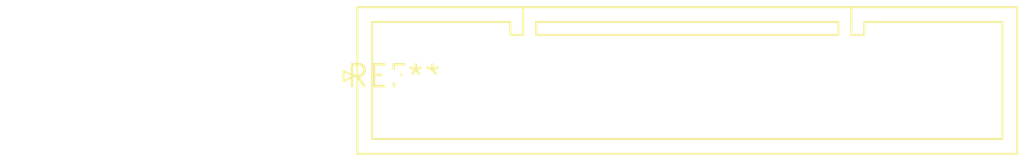
<source format=kicad_pcb>
(kicad_pcb (version 20240108) (generator pcbnew)
  (layers (0 "F.Cu" signal) (31 "B.Cu" signal) (34 "B.Paste" user) (35 "F.Paste" user) (36 "B.SilkS" user "B.Silkscreen") (37 "F.SilkS" user "F.Silkscreen") (38 "B.Mask" user) (39 "F.Mask" user) (44 "Edge.Cuts" user))
  (net 0 "")
  (footprint "JST_PUD_B36B-PUDSS_2x18_P2.00mm_Vertical" (layer "F.Cu") (at 0 0)
    (property "Reference" "REF**")
    (property "Value" "JST_PUD_B36B-PUDSS_2x18_P2.00mm_Vertical")
    (fp_line (start -2.91 -0.3) (end -2.31 0) (layer "F.SilkS") (stroke (width 0.12)))
    (fp_line (start -2.91 0.3) (end -2.91 -0.3) (layer "F.SilkS") (stroke (width 0.12)))
    (fp_line (start -2.31 0) (end -2.91 0.3) (layer "F.SilkS") (stroke (width 0.12)))
    (fp_line (start -2.11 -4.01) (end -2.11 4.51) (layer "F.SilkS") (stroke (width 0.12)))
    (fp_line (start -2.11 4.51) (end 36.11 4.51) (layer "F.SilkS") (stroke (width 0.12)))
    (fp_line (start -1.25 -3.15) (end -1.25 3.65) (layer "F.SilkS") (stroke (width 0.12)))
    (fp_line (start -1.25 3.65) (end 17 3.65) (layer "F.SilkS") (stroke (width 0.12)))
    (fp_line (start 6.75 -3.15) (end -1.25 -3.15) (layer "F.SilkS") (stroke (width 0.12)))
    (fp_line (start 6.75 -2.4) (end 6.75 -3.15) (layer "F.SilkS") (stroke (width 0.12)))
    (fp_line (start 7.5 -4.01) (end 7.5 -2.4) (layer "F.SilkS") (stroke (width 0.12)))
    (fp_line (start 7.5 -2.4) (end 6.75 -2.4) (layer "F.SilkS") (stroke (width 0.12)))
    (fp_line (start 8.25 -3.15) (end 8.25 -2.4) (layer "F.SilkS") (stroke (width 0.12)))
    (fp_line (start 8.25 -2.4) (end 25.75 -2.4) (layer "F.SilkS") (stroke (width 0.12)))
    (fp_line (start 25.75 -3.15) (end 8.25 -3.15) (layer "F.SilkS") (stroke (width 0.12)))
    (fp_line (start 25.75 -2.4) (end 25.75 -3.15) (layer "F.SilkS") (stroke (width 0.12)))
    (fp_line (start 26.5 -4.01) (end 26.5 -2.4) (layer "F.SilkS") (stroke (width 0.12)))
    (fp_line (start 26.5 -2.4) (end 27.25 -2.4) (layer "F.SilkS") (stroke (width 0.12)))
    (fp_line (start 27.25 -3.15) (end 35.25 -3.15) (layer "F.SilkS") (stroke (width 0.12)))
    (fp_line (start 27.25 -2.4) (end 27.25 -3.15) (layer "F.SilkS") (stroke (width 0.12)))
    (fp_line (start 35.25 -3.15) (end 35.25 3.65) (layer "F.SilkS") (stroke (width 0.12)))
    (fp_line (start 35.25 3.65) (end 17 3.65) (layer "F.SilkS") (stroke (width 0.12)))
    (fp_line (start 36.11 -4.01) (end -2.11 -4.01) (layer "F.SilkS") (stroke (width 0.12)))
    (fp_line (start 36.11 4.51) (end 36.11 -4.01) (layer "F.SilkS") (stroke (width 0.12)))
    (pad "1" thru_hole roundrect (at 0 0) (size 1.2 1.2) (drill 0.75) (layers *.Cu *.Mask) (remove_unused_layers) (roundrect_rratio 0.208333))
    (pad "2" thru_hole circle (at 0 2) (size 1.2 1.2) (drill 0.75) (layers *.Cu *.Mask) (remove_unused_layers))
    (pad "3" thru_hole circle (at 2 0) (size 1.2 1.2) (drill 0.75) (layers *.Cu *.Mask) (remove_unused_layers))
    (pad "4" thru_hole circle (at 2 2) (size 1.2 1.2) (drill 0.75) (layers *.Cu *.Mask) (remove_unused_layers))
    (pad "5" thru_hole circle (at 4 0) (size 1.2 1.2) (drill 0.75) (layers *.Cu *.Mask) (remove_unused_layers))
    (pad "6" thru_hole circle (at 4 2) (size 1.2 1.2) (drill 0.75) (layers *.Cu *.Mask) (remove_unused_layers))
    (pad "7" thru_hole circle (at 6 0) (size 1.2 1.2) (drill 0.75) (layers *.Cu *.Mask) (remove_unused_layers))
    (pad "8" thru_hole circle (at 6 2) (size 1.2 1.2) (drill 0.75) (layers *.Cu *.Mask) (remove_unused_layers))
    (pad "9" thru_hole circle (at 8 0) (size 1.2 1.2) (drill 0.75) (layers *.Cu *.Mask) (remove_unused_layers))
    (pad "10" thru_hole circle (at 8 2) (size 1.2 1.2) (drill 0.75) (layers *.Cu *.Mask) (remove_unused_layers))
    (pad "11" thru_hole circle (at 10 0) (size 1.2 1.2) (drill 0.75) (layers *.Cu *.Mask) (remove_unused_layers))
    (pad "12" thru_hole circle (at 10 2) (size 1.2 1.2) (drill 0.75) (layers *.Cu *.Mask) (remove_unused_layers))
    (pad "13" thru_hole circle (at 12 0) (size 1.2 1.2) (drill 0.75) (layers *.Cu *.Mask) (remove_unused_layers))
    (pad "14" thru_hole circle (at 12 2) (size 1.2 1.2) (drill 0.75) (layers *.Cu *.Mask) (remove_unused_layers))
    (pad "15" thru_hole circle (at 14 0) (size 1.2 1.2) (drill 0.75) (layers *.Cu *.Mask) (remove_unused_layers))
    (pad "16" thru_hole circle (at 14 2) (size 1.2 1.2) (drill 0.75) (layers *.Cu *.Mask) (remove_unused_layers))
    (pad "17" thru_hole circle (at 16 0) (size 1.2 1.2) (drill 0.75) (layers *.Cu *.Mask) (remove_unused_layers))
    (pad "18" thru_hole circle (at 16 2) (size 1.2 1.2) (drill 0.75) (layers *.Cu *.Mask) (remove_unused_layers))
    (pad "19" thru_hole circle (at 18 0) (size 1.2 1.2) (drill 0.75) (layers *.Cu *.Mask) (remove_unused_layers))
    (pad "20" thru_hole circle (at 18 2) (size 1.2 1.2) (drill 0.75) (layers *.Cu *.Mask) (remove_unused_layers))
    (pad "21" thru_hole circle (at 20 0) (size 1.2 1.2) (drill 0.75) (layers *.Cu *.Mask) (remove_unused_layers))
    (pad "22" thru_hole circle (at 20 2) (size 1.2 1.2) (drill 0.75) (layers *.Cu *.Mask) (remove_unused_layers))
    (pad "23" thru_hole circle (at 22 0) (size 1.2 1.2) (drill 0.75) (layers *.Cu *.Mask) (remove_unused_layers))
    (pad "24" thru_hole circle (at 22 2) (size 1.2 1.2) (drill 0.75) (layers *.Cu *.Mask) (remove_unused_layers))
    (pad "25" thru_hole circle (at 24 0) (size 1.2 1.2) (drill 0.75) (layers *.Cu *.Mask) (remove_unused_layers))
    (pad "26" thru_hole circle (at 24 2) (size 1.2 1.2) (drill 0.75) (layers *.Cu *.Mask) (remove_unused_layers))
    (pad "27" thru_hole circle (at 26 0) (size 1.2 1.2) (drill 0.75) (layers *.Cu *.Mask) (remove_unused_layers))
    (pad "28" thru_hole circle (at 26 2) (size 1.2 1.2) (drill 0.75) (layers *.Cu *.Mask) (remove_unused_layers))
    (pad "29" thru_hole circle (at 28 0) (size 1.2 1.2) (drill 0.75) (layers *.Cu *.Mask) (remove_unused_layers))
    (pad "30" thru_hole circle (at 28 2) (size 1.2 1.2) (drill 0.75) (layers *.Cu *.Mask) (remove_unused_layers))
    (pad "31" thru_hole circle (at 30 0) (size 1.2 1.2) (drill 0.75) (layers *.Cu *.Mask) (remove_unused_layers))
    (pad "32" thru_hole circle (at 30 2) (size 1.2 1.2) (drill 0.75) (layers *.Cu *.Mask) (remove_unused_layers))
    (pad "33" thru_hole circle (at 32 0) (size 1.2 1.2) (drill 0.75) (layers *.Cu *.Mask) (remove_unused_layers))
    (pad "34" thru_hole circle (at 32 2) (size 1.2 1.2) (drill 0.75) (layers *.Cu *.Mask) (remove_unused_layers))
    (pad "35" thru_hole circle (at 34 0) (size 1.2 1.2) (drill 0.75) (layers *.Cu *.Mask) (remove_unused_layers))
    (pad "36" thru_hole circle (at 34 2) (size 1.2 1.2) (drill 0.75) (layers *.Cu *.Mask) (remove_unused_layers))
  )
)
</source>
